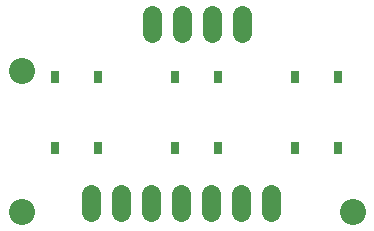
<source format=gts>
G04 EAGLE Gerber RS-274X export*
G75*
%MOMM*%
%FSLAX34Y34*%
%LPD*%
%INTop Solder Mask*%
%IPPOS*%
%AMOC8*
5,1,8,0,0,1.08239X$1,22.5*%
G01*
G04 Define Apertures*
%ADD10C,2.201600*%
%ADD11C,1.625600*%
%ADD12R,0.801600X1.101600*%
D10*
X30000Y30000D03*
X310000Y30000D03*
X30000Y150000D03*
D11*
X216300Y181944D02*
X216300Y197184D01*
X190900Y197184D02*
X190900Y181944D01*
X165500Y181944D02*
X165500Y197184D01*
X140100Y197184D02*
X140100Y181944D01*
X241300Y45720D02*
X241300Y30480D01*
X215900Y30480D02*
X215900Y45720D01*
X190500Y45720D02*
X190500Y30480D01*
X165100Y30480D02*
X165100Y45720D01*
X139700Y45720D02*
X139700Y30480D01*
X114300Y30480D02*
X114300Y45720D01*
X88900Y45720D02*
X88900Y30480D01*
D12*
X260900Y84300D03*
X260900Y144300D03*
X297900Y84300D03*
X297900Y144300D03*
X159300Y84300D03*
X159300Y144300D03*
X196300Y84300D03*
X196300Y144300D03*
X57700Y84300D03*
X57700Y144300D03*
X94700Y84300D03*
X94700Y144300D03*
M02*

</source>
